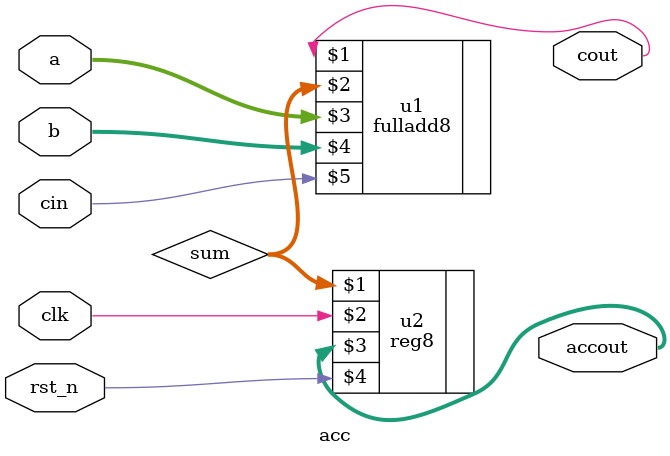
<source format=v>
module acc(accout,cout,a,b,cin,rst_n,clk);
   input [7:0] a,b;
	input clk,rst_n,cin;
	output   cout;
	output [7:0]  accout;
	wire [7:0] sum;
 fulladd8 u1(cout,sum,a,b,cin);
 reg8 u2(sum,clk,accout,rst_n);//8位全加器之后，将数据存储在寄存器中。
 endmodule

    
   
</source>
